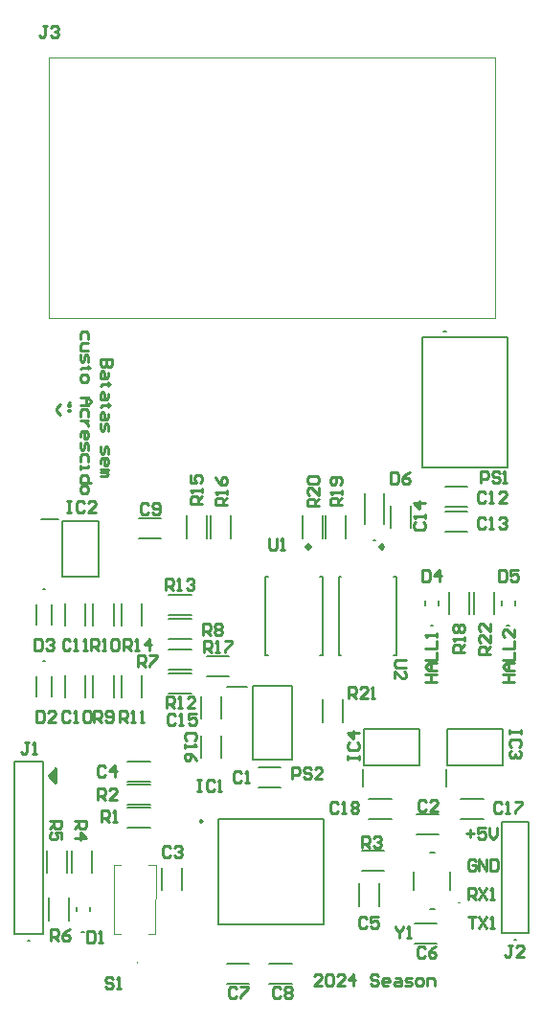
<source format=gto>
G04*
G04 #@! TF.GenerationSoftware,Altium Limited,Altium Designer,23.8.1 (32)*
G04*
G04 Layer_Color=65535*
%FSLAX25Y25*%
%MOIN*%
G70*
G04*
G04 #@! TF.SameCoordinates,823993F6-8BEF-49D6-9206-44A6C2E96FBA*
G04*
G04*
G04 #@! TF.FilePolarity,Positive*
G04*
G01*
G75*
%ADD10C,0.00984*%
%ADD11C,0.00787*%
%ADD12C,0.01181*%
%ADD13C,0.00394*%
%ADD14C,0.00500*%
%ADD15C,0.01000*%
D10*
X358484Y345216D02*
X357746Y345643D01*
Y344790D01*
X358484Y345216D01*
D11*
X467894Y303728D02*
X467106D01*
X467894D01*
X418894Y442976D02*
X418106D01*
X418894D01*
X465394Y413126D02*
X464606D01*
X465394D01*
X438894D02*
X438106D01*
X438894D01*
X303902Y425750D02*
X303114D01*
X303902D01*
X443394Y515606D02*
X442606D01*
X443394D01*
X303902Y400750D02*
X303114D01*
X303902D01*
X317394Y306669D02*
X316606D01*
X317394D01*
X298494Y303441D02*
X297706D01*
X298494D01*
X364193Y309193D02*
Y345807D01*
Y309193D02*
X400807D01*
Y345807D01*
X364193D02*
X400807D01*
X462638Y420213D02*
Y421787D01*
X467362Y420213D02*
Y421787D01*
X436138Y420213D02*
Y421787D01*
X440862Y420213D02*
Y421787D01*
X376110Y392295D02*
X389890D01*
Y366705D02*
Y392295D01*
X376110Y366705D02*
X389890D01*
X376110D02*
Y392295D01*
X367154Y391803D02*
X374043D01*
X414854Y364701D02*
Y377299D01*
X434146D01*
Y364701D02*
Y377299D01*
X414854Y364701D02*
X434146D01*
X414342Y357319D02*
Y363323D01*
X443854Y364701D02*
Y377299D01*
X463146D01*
Y364701D02*
Y377299D01*
X443854Y364701D02*
X463146D01*
X443342Y357319D02*
Y363323D01*
X309701Y449646D02*
X322299D01*
Y430354D02*
Y449646D01*
X309701Y430354D02*
X322299D01*
X309701D02*
Y449646D01*
X302319Y450157D02*
X308323D01*
X432228Y321331D02*
Y327630D01*
X444827Y321331D02*
Y327630D01*
X437740Y314638D02*
X439315D01*
X437740Y334323D02*
X439315D01*
X314638Y313756D02*
Y315331D01*
X319362Y313756D02*
Y315331D01*
X293000Y306000D02*
Y366000D01*
X303000Y306000D02*
Y366000D01*
X293000Y306000D02*
X303000D01*
X293000Y366000D02*
X303000D01*
D12*
X396091Y440516D02*
X395500Y441106D01*
X394910Y440516D01*
X395500Y439925D01*
X396091Y440516D01*
X421591D02*
X421000Y441106D01*
X420409Y440516D01*
X421000Y439925D01*
X421591Y440516D01*
D13*
X447976Y317000D02*
X447583D01*
X447976D01*
X335787Y295945D02*
Y296339D01*
Y295945D01*
X339724Y305984D02*
X342087D01*
X342284Y330000D01*
X339724D02*
X342284D01*
X327716Y305984D02*
X330276D01*
X327716D02*
Y330000D01*
X330276D01*
X304992Y520311D02*
X460504D01*
X304992D02*
Y610862D01*
X460504D01*
Y520311D02*
Y610862D01*
D14*
X462894Y306287D02*
X472106D01*
X462894Y344713D02*
X472106D01*
X462894Y306287D02*
Y344713D01*
X472106Y306287D02*
Y344713D01*
X421846Y448685D02*
Y459315D01*
X415154Y448685D02*
Y459315D01*
X357996Y367063D02*
Y374937D01*
X365004Y367063D02*
Y374937D01*
Y380744D02*
Y388618D01*
X357996Y380744D02*
Y388618D01*
X443063Y453004D02*
X450937D01*
X443063Y445996D02*
X450937D01*
X443063Y461504D02*
X450937D01*
X443063Y454496D02*
X450937D01*
X423996Y447063D02*
Y454937D01*
X431004Y447063D02*
Y454937D01*
X453162Y417122D02*
Y424996D01*
X460170Y417122D02*
Y424996D01*
X444329Y417122D02*
Y424996D01*
X451337Y417122D02*
Y424996D01*
X407504Y379563D02*
Y387437D01*
X400496Y379563D02*
Y387437D01*
X360063Y395496D02*
X367937D01*
X360063Y402504D02*
X367937D01*
X400504Y443563D02*
Y451437D01*
X393496Y443563D02*
Y451437D01*
X401496Y443563D02*
Y451437D01*
X408504Y443563D02*
Y451437D01*
X368504Y443563D02*
Y451437D01*
X361496Y443563D02*
Y451437D01*
X352996Y443563D02*
Y451437D01*
X360004Y443563D02*
Y451437D01*
X433063Y340496D02*
X440937D01*
X433063Y347504D02*
X440937D01*
X414063Y327996D02*
X421937D01*
X414063Y335004D02*
X421937D01*
X416563Y345996D02*
X424437D01*
X416563Y353004D02*
X424437D01*
X448563Y345996D02*
X456437D01*
X448563Y353004D02*
X456437D01*
X399569Y430279D02*
X400500D01*
Y402720D02*
Y430279D01*
X399569Y402720D02*
X400500D01*
X380500D02*
X381431D01*
X380500D02*
Y430279D01*
X381431D01*
X425069D02*
X426000D01*
Y402720D02*
Y430279D01*
X425069Y402720D02*
X426000D01*
X406000D02*
X406931D01*
X406000D02*
Y430279D01*
X406931D01*
X300831Y413457D02*
Y420543D01*
X306185Y413457D02*
Y420543D01*
X327613Y413063D02*
Y420937D01*
X320605Y413063D02*
Y420937D01*
X317726Y413063D02*
Y420937D01*
X310718Y413063D02*
Y420937D01*
X330492Y413063D02*
Y420937D01*
X337500Y413063D02*
Y420937D01*
X464850Y468362D02*
Y513638D01*
X435126Y468362D02*
X464850D01*
X435126D02*
Y513638D01*
X464850D01*
X336382Y450504D02*
X344256D01*
X336382Y443496D02*
X344256D01*
X346744Y416996D02*
X354618D01*
X346744Y424004D02*
X354618D01*
X346744Y415504D02*
X354618D01*
X346744Y408496D02*
X354618D01*
X330492Y388063D02*
Y395937D01*
X337500Y388063D02*
Y395937D01*
X317724Y388063D02*
Y395937D01*
X310717Y388063D02*
Y395937D01*
X300831Y388457D02*
Y395543D01*
X306185Y388457D02*
Y395543D01*
X327614Y388063D02*
Y395937D01*
X320606Y388063D02*
Y395937D01*
X346744Y389496D02*
X354618D01*
X346744Y396504D02*
X354618D01*
X346744Y405004D02*
X354618D01*
X346744Y397996D02*
X354618D01*
X378063Y364004D02*
X385937D01*
X378063Y356996D02*
X385937D01*
X432382Y302496D02*
X440256D01*
X432382Y309504D02*
X440256D01*
X412996Y315563D02*
Y323437D01*
X420004Y315563D02*
Y323437D01*
X381744Y288496D02*
X389618D01*
X381744Y295504D02*
X389618D01*
X304996Y310665D02*
Y318539D01*
X312004Y310665D02*
Y318539D01*
X367063Y295504D02*
X374937D01*
X367063Y288496D02*
X374937D01*
X304496Y327063D02*
Y334937D01*
X311504Y327063D02*
Y334937D01*
X312996Y327063D02*
Y334937D01*
X320004Y327063D02*
Y334937D01*
X351504Y321063D02*
Y328937D01*
X344496Y321063D02*
Y328937D01*
X332563Y342996D02*
X340437D01*
X332563Y350004D02*
X340437D01*
X332563Y366004D02*
X340437D01*
X332563Y358996D02*
X340437D01*
X332563Y358004D02*
X340437D01*
X332563Y350996D02*
X340437D01*
D15*
X306250Y359750D02*
Y362250D01*
Y359750D02*
X307000Y359000D01*
Y362500D01*
X307500Y358500D02*
Y363500D01*
X305000Y361000D02*
X307500Y358500D01*
X305000Y361000D02*
X307500Y363500D01*
X400124Y288000D02*
X397500D01*
X400124Y290624D01*
Y291280D01*
X399468Y291936D01*
X398156D01*
X397500Y291280D01*
X401436D02*
X402092Y291936D01*
X403404D01*
X404060Y291280D01*
Y288656D01*
X403404Y288000D01*
X402092D01*
X401436Y288656D01*
Y291280D01*
X407995Y288000D02*
X405372D01*
X407995Y290624D01*
Y291280D01*
X407339Y291936D01*
X406027D01*
X405372Y291280D01*
X411275Y288000D02*
Y291936D01*
X409307Y289968D01*
X411931D01*
X419803Y291280D02*
X419147Y291936D01*
X417835D01*
X417179Y291280D01*
Y290624D01*
X417835Y289968D01*
X419147D01*
X419803Y289312D01*
Y288656D01*
X419147Y288000D01*
X417835D01*
X417179Y288656D01*
X423082Y288000D02*
X421770D01*
X421114Y288656D01*
Y289968D01*
X421770Y290624D01*
X423082D01*
X423738Y289968D01*
Y289312D01*
X421114D01*
X425706Y290624D02*
X427018D01*
X427674Y289968D01*
Y288000D01*
X425706D01*
X425050Y288656D01*
X425706Y289312D01*
X427674D01*
X428986Y288000D02*
X430954D01*
X431610Y288656D01*
X430954Y289312D01*
X429642D01*
X428986Y289968D01*
X429642Y290624D01*
X431610D01*
X433578Y288000D02*
X434890D01*
X435545Y288656D01*
Y289968D01*
X434890Y290624D01*
X433578D01*
X432922Y289968D01*
Y288656D01*
X433578Y288000D01*
X436857D02*
Y290624D01*
X438825D01*
X439481Y289968D01*
Y288000D01*
X312500Y488376D02*
Y487720D01*
X311844D01*
Y488376D01*
X312500D01*
Y489688D02*
X311844D01*
Y490344D01*
X312500Y491000D01*
X311844Y490344D02*
X312500D01*
Y489688D01*
X309220Y490344D02*
X307908Y489032D01*
Y487720D01*
X309220Y486408D01*
X318624Y512876D02*
Y514844D01*
X317968Y515500D01*
X316656D01*
X316000Y514844D01*
Y512876D01*
X318624Y511564D02*
X316656D01*
X316000Y510908D01*
Y508940D01*
X318624D01*
X316000Y507628D02*
Y505661D01*
X316656Y505005D01*
X317312Y505661D01*
Y506973D01*
X317968Y507628D01*
X318624Y506973D01*
Y505005D01*
X319280Y503037D02*
X318624D01*
Y503693D01*
Y502381D01*
Y503037D01*
X316656D01*
X316000Y502381D01*
Y499757D02*
Y498445D01*
X316656Y497789D01*
X317968D01*
X318624Y498445D01*
Y499757D01*
X317968Y500413D01*
X316656D01*
X316000Y499757D01*
Y492542D02*
X318624D01*
X319936Y491230D01*
X318624Y489918D01*
X316000D01*
X317968D01*
Y492542D01*
X318624Y485982D02*
Y487950D01*
X317968Y488606D01*
X316656D01*
X316000Y487950D01*
Y485982D01*
X318624Y484670D02*
X316000D01*
X317312D01*
X317968Y484014D01*
X318624Y483358D01*
Y482702D01*
X316000Y478766D02*
Y480078D01*
X316656Y480734D01*
X317968D01*
X318624Y480078D01*
Y478766D01*
X317968Y478111D01*
X317312D01*
Y480734D01*
X316000Y476799D02*
Y474831D01*
X316656Y474175D01*
X317312Y474831D01*
Y476143D01*
X317968Y476799D01*
X318624Y476143D01*
Y474175D01*
Y470239D02*
Y472207D01*
X317968Y472863D01*
X316656D01*
X316000Y472207D01*
Y470239D01*
Y468927D02*
Y467615D01*
Y468271D01*
X318624D01*
Y468927D01*
X319936Y463024D02*
X316000D01*
Y464991D01*
X316656Y465647D01*
X317968D01*
X318624Y464991D01*
Y463024D01*
X316000Y461056D02*
Y459744D01*
X316656Y459088D01*
X317968D01*
X318624Y459744D01*
Y461056D01*
X317968Y461712D01*
X316656D01*
X316000Y461056D01*
X327110Y505750D02*
X323174D01*
Y503782D01*
X323830Y503126D01*
X324486D01*
X325142Y503782D01*
Y505750D01*
Y503782D01*
X325798Y503126D01*
X326454D01*
X327110Y503782D01*
Y505750D01*
X325798Y501158D02*
Y499846D01*
X325142Y499190D01*
X323174D01*
Y501158D01*
X323830Y501814D01*
X324486Y501158D01*
Y499190D01*
X326454Y497222D02*
X325798D01*
Y497878D01*
Y496566D01*
Y497222D01*
X323830D01*
X323174Y496566D01*
X325798Y493943D02*
Y492631D01*
X325142Y491975D01*
X323174D01*
Y493943D01*
X323830Y494599D01*
X324486Y493943D01*
Y491975D01*
X326454Y490007D02*
X325798D01*
Y490663D01*
Y489351D01*
Y490007D01*
X323830D01*
X323174Y489351D01*
X325798Y486727D02*
Y485415D01*
X325142Y484759D01*
X323174D01*
Y486727D01*
X323830Y487383D01*
X324486Y486727D01*
Y484759D01*
X323174Y483447D02*
Y481480D01*
X323830Y480824D01*
X324486Y481480D01*
Y482791D01*
X325142Y483447D01*
X325798Y482791D01*
Y480824D01*
X323174Y475576D02*
Y473608D01*
X323830Y472952D01*
X324486Y473608D01*
Y474920D01*
X325142Y475576D01*
X325798Y474920D01*
Y472952D01*
X323174Y469672D02*
Y470984D01*
X323830Y471640D01*
X325142D01*
X325798Y470984D01*
Y469672D01*
X325142Y469016D01*
X324486D01*
Y471640D01*
X323174Y467704D02*
X325798D01*
Y467048D01*
X325142Y466393D01*
X323174D01*
X325142D01*
X325798Y465736D01*
X325142Y465081D01*
X323174D01*
X356736Y359468D02*
X358048D01*
X357392D01*
Y355532D01*
X356736D01*
X358048D01*
X362640Y358812D02*
X361984Y359468D01*
X360672D01*
X360016Y358812D01*
Y356188D01*
X360672Y355532D01*
X361984D01*
X362640Y356188D01*
X363952Y355532D02*
X365264D01*
X364608D01*
Y359468D01*
X363952Y358812D01*
X463064Y393500D02*
X467000D01*
X465032D01*
Y396124D01*
X463064D01*
X467000D01*
Y397436D02*
X464376D01*
X463064Y398748D01*
X464376Y400060D01*
X467000D01*
X465032D01*
Y397436D01*
X463064Y401371D02*
X467000D01*
Y403995D01*
X463064Y405307D02*
X467000D01*
Y407931D01*
Y411867D02*
Y409243D01*
X464376Y411867D01*
X463720D01*
X463064Y411211D01*
Y409899D01*
X463720Y409243D01*
X436064Y393500D02*
X440000D01*
X438032D01*
Y396124D01*
X436064D01*
X440000D01*
Y397436D02*
X437376D01*
X436064Y398748D01*
X437376Y400060D01*
X440000D01*
X438032D01*
Y397436D01*
X436064Y401371D02*
X440000D01*
Y403995D01*
X436064Y405307D02*
X440000D01*
Y407931D01*
Y409243D02*
Y410555D01*
Y409899D01*
X436064D01*
X436720Y409243D01*
X451000Y311936D02*
X453624D01*
X452312D01*
Y308000D01*
X454936Y311936D02*
X457560Y308000D01*
Y311936D02*
X454936Y308000D01*
X458872D02*
X460183D01*
X459527D01*
Y311936D01*
X458872Y311280D01*
X451000Y318000D02*
Y321936D01*
X452968D01*
X453624Y321280D01*
Y319968D01*
X452968Y319312D01*
X451000D01*
X452312D02*
X453624Y318000D01*
X454936Y321936D02*
X457560Y318000D01*
Y321936D02*
X454936Y318000D01*
X458872D02*
X460183D01*
X459527D01*
Y321936D01*
X458872Y321280D01*
X466344Y301968D02*
X465032D01*
X465688D01*
Y298688D01*
X465032Y298032D01*
X464376D01*
X463720Y298688D01*
X470280Y298032D02*
X467656D01*
X470280Y300656D01*
Y301312D01*
X469624Y301968D01*
X468312D01*
X467656Y301312D01*
X450500Y340968D02*
X453124D01*
X451812Y342280D02*
Y339656D01*
X457060Y342936D02*
X454436D01*
Y340968D01*
X455748Y341624D01*
X456404D01*
X457060Y340968D01*
Y339656D01*
X456404Y339000D01*
X455092D01*
X454436Y339656D01*
X458371Y342936D02*
Y340312D01*
X459683Y339000D01*
X460995Y340312D01*
Y342936D01*
X453624Y331280D02*
X452968Y331936D01*
X451656D01*
X451000Y331280D01*
Y328656D01*
X451656Y328000D01*
X452968D01*
X453624Y328656D01*
Y329968D01*
X452312D01*
X454936Y328000D02*
Y331936D01*
X457560Y328000D01*
Y331936D01*
X458872D02*
Y328000D01*
X460839D01*
X461495Y328656D01*
Y331280D01*
X460839Y331936D01*
X458872D01*
X424220Y466468D02*
Y462532D01*
X426188D01*
X426844Y463188D01*
Y465812D01*
X426188Y466468D01*
X424220D01*
X430780D02*
X429468Y465812D01*
X428156Y464500D01*
Y463188D01*
X428812Y462532D01*
X430124D01*
X430780Y463188D01*
Y463844D01*
X430124Y464500D01*
X428156D01*
X355812Y373296D02*
X356468Y373952D01*
Y375264D01*
X355812Y375920D01*
X353188D01*
X352532Y375264D01*
Y373952D01*
X353188Y373296D01*
X352532Y371984D02*
Y370672D01*
Y371328D01*
X356468D01*
X355812Y371984D01*
X356468Y366080D02*
X355812Y367392D01*
X354500Y368704D01*
X353188D01*
X352532Y368048D01*
Y366736D01*
X353188Y366080D01*
X353844D01*
X354500Y366736D01*
Y368704D01*
X349204Y381812D02*
X348548Y382468D01*
X347236D01*
X346580Y381812D01*
Y379188D01*
X347236Y378532D01*
X348548D01*
X349204Y379188D01*
X350516Y378532D02*
X351828D01*
X351172D01*
Y382468D01*
X350516Y381812D01*
X356420Y382468D02*
X353796D01*
Y380500D01*
X355108Y381156D01*
X355764D01*
X356420Y380500D01*
Y379188D01*
X355764Y378532D01*
X354452D01*
X353796Y379188D01*
X457204Y450312D02*
X456548Y450968D01*
X455236D01*
X454580Y450312D01*
Y447688D01*
X455236Y447032D01*
X456548D01*
X457204Y447688D01*
X458516Y447032D02*
X459828D01*
X459172D01*
Y450968D01*
X458516Y450312D01*
X461796D02*
X462452Y450968D01*
X463764D01*
X464420Y450312D01*
Y449656D01*
X463764Y449000D01*
X463108D01*
X463764D01*
X464420Y448344D01*
Y447688D01*
X463764Y447032D01*
X462452D01*
X461796Y447688D01*
X457204Y459312D02*
X456548Y459968D01*
X455236D01*
X454580Y459312D01*
Y456688D01*
X455236Y456032D01*
X456548D01*
X457204Y456688D01*
X458516Y456032D02*
X459828D01*
X459172D01*
Y459968D01*
X458516Y459312D01*
X464420Y456032D02*
X461796D01*
X464420Y458656D01*
Y459312D01*
X463764Y459968D01*
X462452D01*
X461796Y459312D01*
X432688Y449204D02*
X432032Y448548D01*
Y447236D01*
X432688Y446580D01*
X435312D01*
X435968Y447236D01*
Y448548D01*
X435312Y449204D01*
X435968Y450516D02*
Y451828D01*
Y451172D01*
X432032D01*
X432688Y450516D01*
X435968Y455764D02*
X432032D01*
X434000Y453796D01*
Y456420D01*
X461720Y432468D02*
Y428532D01*
X463688D01*
X464344Y429188D01*
Y431812D01*
X463688Y432468D01*
X461720D01*
X468280D02*
X465656D01*
Y430500D01*
X466968Y431156D01*
X467624D01*
X468280Y430500D01*
Y429188D01*
X467624Y428532D01*
X466312D01*
X465656Y429188D01*
X458634Y403252D02*
X454698D01*
Y405220D01*
X455354Y405876D01*
X456666D01*
X457322Y405220D01*
Y403252D01*
Y404564D02*
X458634Y405876D01*
Y409812D02*
Y407188D01*
X456010Y409812D01*
X455354D01*
X454698Y409156D01*
Y407844D01*
X455354Y407188D01*
X458634Y413748D02*
Y411124D01*
X456010Y413748D01*
X455354D01*
X454698Y413092D01*
Y411780D01*
X455354Y411124D01*
X435220Y432468D02*
Y428532D01*
X437188D01*
X437844Y429188D01*
Y431812D01*
X437188Y432468D01*
X435220D01*
X441124Y428532D02*
Y432468D01*
X439156Y430500D01*
X441780D01*
X449801Y403821D02*
X445865D01*
Y405788D01*
X446521Y406444D01*
X447833D01*
X448489Y405788D01*
Y403821D01*
Y405132D02*
X449801Y406444D01*
Y407756D02*
Y409068D01*
Y408412D01*
X445865D01*
X446521Y407756D01*
Y411036D02*
X445865Y411692D01*
Y413004D01*
X446521Y413660D01*
X447177D01*
X447833Y413004D01*
X448489Y413660D01*
X449145D01*
X449801Y413004D01*
Y411692D01*
X449145Y411036D01*
X448489D01*
X447833Y411692D01*
X447177Y411036D01*
X446521D01*
X447833Y411692D02*
Y413004D01*
X409408Y388032D02*
Y391968D01*
X411376D01*
X412032Y391312D01*
Y390000D01*
X411376Y389344D01*
X409408D01*
X410720D02*
X412032Y388032D01*
X415968D02*
X413344D01*
X415968Y390656D01*
Y391312D01*
X415312Y391968D01*
X414000D01*
X413344Y391312D01*
X417280Y388032D02*
X418592D01*
X417936D01*
Y391968D01*
X417280Y391312D01*
X359080Y404032D02*
Y407968D01*
X361048D01*
X361704Y407312D01*
Y406000D01*
X361048Y405344D01*
X359080D01*
X360392D02*
X361704Y404032D01*
X363016D02*
X364328D01*
X363672D01*
Y407968D01*
X363016Y407312D01*
X366296Y407968D02*
X368920D01*
Y407312D01*
X366296Y404688D01*
Y404032D01*
X398968Y454752D02*
X395032D01*
Y456720D01*
X395688Y457376D01*
X397000D01*
X397656Y456720D01*
Y454752D01*
Y456064D02*
X398968Y457376D01*
Y461312D02*
Y458688D01*
X396344Y461312D01*
X395688D01*
X395032Y460656D01*
Y459344D01*
X395688Y458688D01*
Y462624D02*
X395032Y463280D01*
Y464592D01*
X395688Y465248D01*
X398312D01*
X398968Y464592D01*
Y463280D01*
X398312Y462624D01*
X395688D01*
X406968Y455080D02*
X403032D01*
Y457048D01*
X403688Y457704D01*
X405000D01*
X405656Y457048D01*
Y455080D01*
Y456392D02*
X406968Y457704D01*
Y459016D02*
Y460328D01*
Y459672D01*
X403032D01*
X403688Y459016D01*
X406312Y462296D02*
X406968Y462952D01*
Y464264D01*
X406312Y464920D01*
X403688D01*
X403032Y464264D01*
Y462952D01*
X403688Y462296D01*
X404344D01*
X405000Y462952D01*
Y464920D01*
X366968Y455080D02*
X363032D01*
Y457048D01*
X363688Y457704D01*
X365000D01*
X365656Y457048D01*
Y455080D01*
Y456392D02*
X366968Y457704D01*
Y459016D02*
Y460328D01*
Y459672D01*
X363032D01*
X363688Y459016D01*
X363032Y464920D02*
X363688Y463608D01*
X365000Y462296D01*
X366312D01*
X366968Y462952D01*
Y464264D01*
X366312Y464920D01*
X365656D01*
X365000Y464264D01*
Y462296D01*
X358468Y455580D02*
X354532D01*
Y457548D01*
X355188Y458204D01*
X356500D01*
X357156Y457548D01*
Y455580D01*
Y456892D02*
X358468Y458204D01*
Y459516D02*
Y460828D01*
Y460172D01*
X354532D01*
X355188Y459516D01*
X354532Y465420D02*
Y462796D01*
X356500D01*
X355844Y464108D01*
Y464764D01*
X356500Y465420D01*
X357812D01*
X358468Y464764D01*
Y463452D01*
X357812Y462796D01*
X436344Y351812D02*
X435688Y352468D01*
X434376D01*
X433720Y351812D01*
Y349188D01*
X434376Y348532D01*
X435688D01*
X436344Y349188D01*
X440280Y348532D02*
X437656D01*
X440280Y351156D01*
Y351812D01*
X439624Y352468D01*
X438312D01*
X437656Y351812D01*
X414220Y336032D02*
Y339968D01*
X416188D01*
X416844Y339312D01*
Y338000D01*
X416188Y337344D01*
X414220D01*
X415532D02*
X416844Y336032D01*
X418156Y339312D02*
X418812Y339968D01*
X420124D01*
X420780Y339312D01*
Y338656D01*
X420124Y338000D01*
X419468D01*
X420124D01*
X420780Y337344D01*
Y336688D01*
X420124Y336032D01*
X418812D01*
X418156Y336688D01*
X405704Y351312D02*
X405048Y351968D01*
X403736D01*
X403080Y351312D01*
Y348688D01*
X403736Y348032D01*
X405048D01*
X405704Y348688D01*
X407016Y348032D02*
X408328D01*
X407672D01*
Y351968D01*
X407016Y351312D01*
X410296D02*
X410952Y351968D01*
X412264D01*
X412920Y351312D01*
Y350656D01*
X412264Y350000D01*
X412920Y349344D01*
Y348688D01*
X412264Y348032D01*
X410952D01*
X410296Y348688D01*
Y349344D01*
X410952Y350000D01*
X410296Y350656D01*
Y351312D01*
X410952Y350000D02*
X412264D01*
X462704Y351312D02*
X462048Y351968D01*
X460736D01*
X460080Y351312D01*
Y348688D01*
X460736Y348032D01*
X462048D01*
X462704Y348688D01*
X464016Y348032D02*
X465328D01*
X464672D01*
Y351968D01*
X464016Y351312D01*
X467296Y351968D02*
X469920D01*
Y351312D01*
X467296Y348688D01*
Y348032D01*
X389752Y360032D02*
Y363968D01*
X391720D01*
X392376Y363312D01*
Y362000D01*
X391720Y361344D01*
X389752D01*
X396312Y363312D02*
X395656Y363968D01*
X394344D01*
X393688Y363312D01*
Y362656D01*
X394344Y362000D01*
X395656D01*
X396312Y361344D01*
Y360688D01*
X395656Y360032D01*
X394344D01*
X393688Y360688D01*
X400248Y360032D02*
X397624D01*
X400248Y362656D01*
Y363312D01*
X399592Y363968D01*
X398280D01*
X397624Y363312D01*
X381876Y443468D02*
Y440188D01*
X382532Y439532D01*
X383844D01*
X384500Y440188D01*
Y443468D01*
X385812Y439532D02*
X387124D01*
X386468D01*
Y443468D01*
X385812Y442812D01*
X429468Y401280D02*
X426188D01*
X425532Y400624D01*
Y399312D01*
X426188Y398656D01*
X429468D01*
X425532Y394720D02*
Y397344D01*
X428156Y394720D01*
X428812D01*
X429468Y395376D01*
Y396688D01*
X428812Y397344D01*
X409032Y366580D02*
Y367892D01*
Y367236D01*
X412968D01*
Y366580D01*
Y367892D01*
X409688Y372484D02*
X409032Y371828D01*
Y370516D01*
X409688Y369860D01*
X412312D01*
X412968Y370516D01*
Y371828D01*
X412312Y372484D01*
X412968Y375764D02*
X409032D01*
X411000Y373796D01*
Y376420D01*
X469468Y376920D02*
Y375608D01*
Y376264D01*
X465532D01*
Y376920D01*
Y375608D01*
X468812Y371016D02*
X469468Y371672D01*
Y372984D01*
X468812Y373640D01*
X466188D01*
X465532Y372984D01*
Y371672D01*
X466188Y371016D01*
X468812Y369704D02*
X469468Y369048D01*
Y367736D01*
X468812Y367080D01*
X468156D01*
X467500Y367736D01*
Y368392D01*
Y367736D01*
X466844Y367080D01*
X466188D01*
X465532Y367736D01*
Y369048D01*
X466188Y369704D01*
X311580Y456468D02*
X312892D01*
X312236D01*
Y452532D01*
X311580D01*
X312892D01*
X317484Y455812D02*
X316828Y456468D01*
X315516D01*
X314860Y455812D01*
Y453188D01*
X315516Y452532D01*
X316828D01*
X317484Y453188D01*
X321420Y452532D02*
X318796D01*
X321420Y455156D01*
Y455812D01*
X320764Y456468D01*
X319452D01*
X318796Y455812D01*
X300228Y408468D02*
Y404532D01*
X302196D01*
X302852Y405188D01*
Y407812D01*
X302196Y408468D01*
X300228D01*
X304164Y407812D02*
X304820Y408468D01*
X306132D01*
X306788Y407812D01*
Y407156D01*
X306132Y406500D01*
X305476D01*
X306132D01*
X306788Y405844D01*
Y405188D01*
X306132Y404532D01*
X304820D01*
X304164Y405188D01*
X319689Y404532D02*
Y408468D01*
X321657D01*
X322313Y407812D01*
Y406500D01*
X321657Y405844D01*
X319689D01*
X321001D02*
X322313Y404532D01*
X323625D02*
X324937D01*
X324281D01*
Y408468D01*
X323625Y407812D01*
X326905D02*
X327561Y408468D01*
X328873D01*
X329529Y407812D01*
Y405188D01*
X328873Y404532D01*
X327561D01*
X326905Y405188D01*
Y407812D01*
X312582D02*
X311926Y408468D01*
X310614D01*
X309958Y407812D01*
Y405188D01*
X310614Y404532D01*
X311926D01*
X312582Y405188D01*
X313894Y404532D02*
X315206D01*
X314550D01*
Y408468D01*
X313894Y407812D01*
X317174Y404532D02*
X318485D01*
X317830D01*
Y408468D01*
X317174Y407812D01*
X331076Y404532D02*
Y408468D01*
X333044D01*
X333700Y407812D01*
Y406500D01*
X333044Y405844D01*
X331076D01*
X332388D02*
X333700Y404532D01*
X335012D02*
X336324D01*
X335668D01*
Y408468D01*
X335012Y407812D01*
X340260Y404532D02*
Y408468D01*
X338292Y406500D01*
X340916D01*
X455397Y463032D02*
Y466968D01*
X457364D01*
X458020Y466312D01*
Y465000D01*
X457364Y464344D01*
X455397D01*
X461956Y466312D02*
X461300Y466968D01*
X459988D01*
X459332Y466312D01*
Y465656D01*
X459988Y465000D01*
X461300D01*
X461956Y464344D01*
Y463688D01*
X461300Y463032D01*
X459988D01*
X459332Y463688D01*
X463268Y463032D02*
X464580D01*
X463924D01*
Y466968D01*
X463268Y466312D01*
X339844Y455312D02*
X339188Y455968D01*
X337876D01*
X337220Y455312D01*
Y452688D01*
X337876Y452032D01*
X339188D01*
X339844Y452688D01*
X341156D02*
X341812Y452032D01*
X343124D01*
X343780Y452688D01*
Y455312D01*
X343124Y455968D01*
X341812D01*
X341156Y455312D01*
Y454656D01*
X341812Y454000D01*
X343780D01*
X345761Y425532D02*
Y429468D01*
X347729D01*
X348385Y428812D01*
Y427500D01*
X347729Y426844D01*
X345761D01*
X347073D02*
X348385Y425532D01*
X349697D02*
X351009D01*
X350353D01*
Y429468D01*
X349697Y428812D01*
X352977D02*
X353633Y429468D01*
X354945D01*
X355601Y428812D01*
Y428156D01*
X354945Y427500D01*
X354289D01*
X354945D01*
X355601Y426844D01*
Y426188D01*
X354945Y425532D01*
X353633D01*
X352977Y426188D01*
X358720Y410032D02*
Y413968D01*
X360688D01*
X361344Y413312D01*
Y412000D01*
X360688Y411344D01*
X358720D01*
X360032D02*
X361344Y410032D01*
X362656Y413312D02*
X363312Y413968D01*
X364624D01*
X365280Y413312D01*
Y412656D01*
X364624Y412000D01*
X365280Y411344D01*
Y410688D01*
X364624Y410032D01*
X363312D01*
X362656Y410688D01*
Y411344D01*
X363312Y412000D01*
X362656Y412656D01*
Y413312D01*
X363312Y412000D02*
X364624D01*
X329732Y379532D02*
Y383468D01*
X331700D01*
X332356Y382812D01*
Y381500D01*
X331700Y380844D01*
X329732D01*
X331044D02*
X332356Y379532D01*
X333668D02*
X334980D01*
X334324D01*
Y383468D01*
X333668Y382812D01*
X336948Y379532D02*
X338260D01*
X337604D01*
Y383468D01*
X336948Y382812D01*
X312425D02*
X311769Y383468D01*
X310457D01*
X309801Y382812D01*
Y380188D01*
X310457Y379532D01*
X311769D01*
X312425Y380188D01*
X313737Y379532D02*
X315049D01*
X314392D01*
Y383468D01*
X313737Y382812D01*
X317016D02*
X317672Y383468D01*
X318984D01*
X319640Y382812D01*
Y380188D01*
X318984Y379532D01*
X317672D01*
X317016Y380188D01*
Y382812D01*
X300728Y383468D02*
Y379532D01*
X302696D01*
X303352Y380188D01*
Y382812D01*
X302696Y383468D01*
X300728D01*
X307288Y379532D02*
X304664D01*
X307288Y382156D01*
Y382812D01*
X306632Y383468D01*
X305320D01*
X304664Y382812D01*
X320830Y379532D02*
Y383468D01*
X322798D01*
X323454Y382812D01*
Y381500D01*
X322798Y380844D01*
X320830D01*
X322142D02*
X323454Y379532D01*
X324766Y380188D02*
X325422Y379532D01*
X326734D01*
X327390Y380188D01*
Y382812D01*
X326734Y383468D01*
X325422D01*
X324766Y382812D01*
Y382156D01*
X325422Y381500D01*
X327390D01*
X346080Y384532D02*
Y388468D01*
X348048D01*
X348704Y387812D01*
Y386500D01*
X348048Y385844D01*
X346080D01*
X347392D02*
X348704Y384532D01*
X350016D02*
X351328D01*
X350672D01*
Y388468D01*
X350016Y387812D01*
X355920Y384532D02*
X353296D01*
X355920Y387156D01*
Y387812D01*
X355264Y388468D01*
X353952D01*
X353296Y387812D01*
X336220Y399032D02*
Y402968D01*
X338188D01*
X338844Y402312D01*
Y401000D01*
X338188Y400344D01*
X336220D01*
X337532D02*
X338844Y399032D01*
X340156Y402968D02*
X342780D01*
Y402312D01*
X340156Y399688D01*
Y399032D01*
X372000Y361812D02*
X371344Y362468D01*
X370032D01*
X369376Y361812D01*
Y359188D01*
X370032Y358532D01*
X371344D01*
X372000Y359188D01*
X373312Y358532D02*
X374624D01*
X373968D01*
Y362468D01*
X373312Y361812D01*
X425876Y308468D02*
Y307812D01*
X427188Y306500D01*
X428500Y307812D01*
Y308468D01*
X427188Y306500D02*
Y304532D01*
X429812D02*
X431124D01*
X430468D01*
Y308468D01*
X429812Y307812D01*
X435982Y300812D02*
X435326Y301468D01*
X434014D01*
X433358Y300812D01*
Y298188D01*
X434014Y297532D01*
X435326D01*
X435982Y298188D01*
X439918Y301468D02*
X438606Y300812D01*
X437294Y299500D01*
Y298188D01*
X437950Y297532D01*
X439262D01*
X439918Y298188D01*
Y298844D01*
X439262Y299500D01*
X437294D01*
X415844Y311312D02*
X415188Y311968D01*
X413876D01*
X413220Y311312D01*
Y308688D01*
X413876Y308032D01*
X415188D01*
X415844Y308688D01*
X419780Y311968D02*
X417156D01*
Y310000D01*
X418468Y310656D01*
X419124D01*
X419780Y310000D01*
Y308688D01*
X419124Y308032D01*
X417812D01*
X417156Y308688D01*
X385844Y286812D02*
X385188Y287468D01*
X383876D01*
X383220Y286812D01*
Y284188D01*
X383876Y283532D01*
X385188D01*
X385844Y284188D01*
X387156Y286812D02*
X387812Y287468D01*
X389124D01*
X389780Y286812D01*
Y286156D01*
X389124Y285500D01*
X389780Y284844D01*
Y284188D01*
X389124Y283532D01*
X387812D01*
X387156Y284188D01*
Y284844D01*
X387812Y285500D01*
X387156Y286156D01*
Y286812D01*
X387812Y285500D02*
X389124D01*
X318376Y306968D02*
Y303032D01*
X320344D01*
X321000Y303688D01*
Y306312D01*
X320344Y306968D01*
X318376D01*
X322312Y303032D02*
X323624D01*
X322968D01*
Y306968D01*
X322312Y306312D01*
X305720Y303532D02*
Y307468D01*
X307688D01*
X308344Y306812D01*
Y305500D01*
X307688Y304844D01*
X305720D01*
X307032D02*
X308344Y303532D01*
X312280Y307468D02*
X310968Y306812D01*
X309656Y305500D01*
Y304188D01*
X310312Y303532D01*
X311624D01*
X312280Y304188D01*
Y304844D01*
X311624Y305500D01*
X309656D01*
X370344Y286812D02*
X369688Y287468D01*
X368376D01*
X367720Y286812D01*
Y284188D01*
X368376Y283532D01*
X369688D01*
X370344Y284188D01*
X371656Y287468D02*
X374280D01*
Y286812D01*
X371656Y284188D01*
Y283532D01*
X305532Y345280D02*
X309468D01*
Y343312D01*
X308812Y342656D01*
X307500D01*
X306844Y343312D01*
Y345280D01*
Y343968D02*
X305532Y342656D01*
X309468Y338720D02*
Y341344D01*
X307500D01*
X308156Y340032D01*
Y339376D01*
X307500Y338720D01*
X306188D01*
X305532Y339376D01*
Y340688D01*
X306188Y341344D01*
X314032Y345099D02*
X317968D01*
Y343131D01*
X317312Y342475D01*
X316000D01*
X315344Y343131D01*
Y345099D01*
Y343787D02*
X314032Y342475D01*
Y339195D02*
X317968D01*
X316000Y341163D01*
Y338539D01*
X298000Y372468D02*
X296688D01*
X297344D01*
Y369188D01*
X296688Y368532D01*
X296032D01*
X295376Y369188D01*
X299312Y368532D02*
X300624D01*
X299968D01*
Y372468D01*
X299312Y371812D01*
X347344Y335812D02*
X346688Y336468D01*
X345376D01*
X344720Y335812D01*
Y333188D01*
X345376Y332532D01*
X346688D01*
X347344Y333188D01*
X348656Y335812D02*
X349312Y336468D01*
X350624D01*
X351280Y335812D01*
Y335156D01*
X350624Y334500D01*
X349968D01*
X350624D01*
X351280Y333844D01*
Y333188D01*
X350624Y332532D01*
X349312D01*
X348656Y333188D01*
X327500Y290304D02*
X326844Y290960D01*
X325532D01*
X324876Y290304D01*
Y289648D01*
X325532Y288992D01*
X326844D01*
X327500Y288336D01*
Y287680D01*
X326844Y287024D01*
X325532D01*
X324876Y287680D01*
X328812Y287024D02*
X330124D01*
X329468D01*
Y290960D01*
X328812Y290304D01*
X323376Y345032D02*
Y348968D01*
X325344D01*
X326000Y348312D01*
Y347000D01*
X325344Y346344D01*
X323376D01*
X324688D02*
X326000Y345032D01*
X327312D02*
X328624D01*
X327968D01*
Y348968D01*
X327312Y348312D01*
X324844Y363812D02*
X324188Y364468D01*
X322876D01*
X322220Y363812D01*
Y361188D01*
X322876Y360532D01*
X324188D01*
X324844Y361188D01*
X328124Y360532D02*
Y364468D01*
X326156Y362500D01*
X328780D01*
X322220Y352532D02*
Y356468D01*
X324188D01*
X324844Y355812D01*
Y354500D01*
X324188Y353844D01*
X322220D01*
X323532D02*
X324844Y352532D01*
X328780D02*
X326156D01*
X328780Y355156D01*
Y355812D01*
X328124Y356468D01*
X326812D01*
X326156Y355812D01*
X304524Y621936D02*
X303212D01*
X303868D01*
Y618656D01*
X303212Y618000D01*
X302556D01*
X301900Y618656D01*
X305836Y621280D02*
X306492Y621936D01*
X307804D01*
X308460Y621280D01*
Y620624D01*
X307804Y619968D01*
X307148D01*
X307804D01*
X308460Y619312D01*
Y618656D01*
X307804Y618000D01*
X306492D01*
X305836Y618656D01*
M02*

</source>
